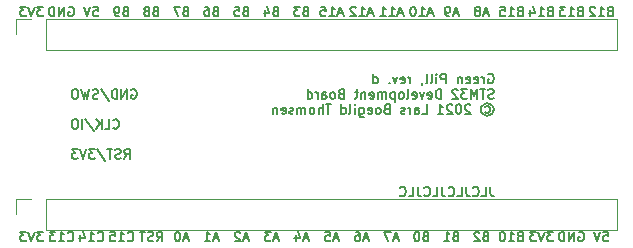
<source format=gbr>
G04 #@! TF.GenerationSoftware,KiCad,Pcbnew,6.0.1+dfsg-1*
G04 #@! TF.CreationDate,2022-01-30T08:18:27+08:00*
G04 #@! TF.ProjectId,gp,67702e6b-6963-4616-945f-706362585858,d*
G04 #@! TF.SameCoordinates,Original*
G04 #@! TF.FileFunction,Legend,Bot*
G04 #@! TF.FilePolarity,Positive*
%FSLAX46Y46*%
G04 Gerber Fmt 4.6, Leading zero omitted, Abs format (unit mm)*
G04 Created by KiCad (PCBNEW 6.0.1+dfsg-1) date 2022-01-30 08:18:27*
%MOMM*%
%LPD*%
G01*
G04 APERTURE LIST*
%ADD10C,0.150000*%
%ADD11C,0.120000*%
G04 APERTURE END LIST*
D10*
X164268095Y-111486904D02*
X164534761Y-111105952D01*
X164725238Y-111486904D02*
X164725238Y-110686904D01*
X164420476Y-110686904D01*
X164344285Y-110725000D01*
X164306190Y-110763095D01*
X164268095Y-110839285D01*
X164268095Y-110953571D01*
X164306190Y-111029761D01*
X164344285Y-111067857D01*
X164420476Y-111105952D01*
X164725238Y-111105952D01*
X163963333Y-111448809D02*
X163849047Y-111486904D01*
X163658571Y-111486904D01*
X163582380Y-111448809D01*
X163544285Y-111410714D01*
X163506190Y-111334523D01*
X163506190Y-111258333D01*
X163544285Y-111182142D01*
X163582380Y-111144047D01*
X163658571Y-111105952D01*
X163810952Y-111067857D01*
X163887142Y-111029761D01*
X163925238Y-110991666D01*
X163963333Y-110915476D01*
X163963333Y-110839285D01*
X163925238Y-110763095D01*
X163887142Y-110725000D01*
X163810952Y-110686904D01*
X163620476Y-110686904D01*
X163506190Y-110725000D01*
X163277619Y-110686904D02*
X162820476Y-110686904D01*
X163049047Y-111486904D02*
X163049047Y-110686904D01*
X161513928Y-104501904D02*
X161780595Y-104120952D01*
X161971071Y-104501904D02*
X161971071Y-103701904D01*
X161666309Y-103701904D01*
X161590119Y-103740000D01*
X161552023Y-103778095D01*
X161513928Y-103854285D01*
X161513928Y-103968571D01*
X161552023Y-104044761D01*
X161590119Y-104082857D01*
X161666309Y-104120952D01*
X161971071Y-104120952D01*
X161209166Y-104463809D02*
X161094880Y-104501904D01*
X160904404Y-104501904D01*
X160828214Y-104463809D01*
X160790119Y-104425714D01*
X160752023Y-104349523D01*
X160752023Y-104273333D01*
X160790119Y-104197142D01*
X160828214Y-104159047D01*
X160904404Y-104120952D01*
X161056785Y-104082857D01*
X161132976Y-104044761D01*
X161171071Y-104006666D01*
X161209166Y-103930476D01*
X161209166Y-103854285D01*
X161171071Y-103778095D01*
X161132976Y-103740000D01*
X161056785Y-103701904D01*
X160866309Y-103701904D01*
X160752023Y-103740000D01*
X160523452Y-103701904D02*
X160066309Y-103701904D01*
X160294880Y-104501904D02*
X160294880Y-103701904D01*
X159228214Y-103663809D02*
X159913928Y-104692380D01*
X159037738Y-103701904D02*
X158542500Y-103701904D01*
X158809166Y-104006666D01*
X158694880Y-104006666D01*
X158618690Y-104044761D01*
X158580595Y-104082857D01*
X158542500Y-104159047D01*
X158542500Y-104349523D01*
X158580595Y-104425714D01*
X158618690Y-104463809D01*
X158694880Y-104501904D01*
X158923452Y-104501904D01*
X158999642Y-104463809D01*
X159037738Y-104425714D01*
X158313928Y-103701904D02*
X158047261Y-104501904D01*
X157780595Y-103701904D01*
X157590119Y-103701904D02*
X157094880Y-103701904D01*
X157361547Y-104006666D01*
X157247261Y-104006666D01*
X157171071Y-104044761D01*
X157132976Y-104082857D01*
X157094880Y-104159047D01*
X157094880Y-104349523D01*
X157132976Y-104425714D01*
X157171071Y-104463809D01*
X157247261Y-104501904D01*
X157475833Y-104501904D01*
X157552023Y-104463809D01*
X157590119Y-104425714D01*
X160599642Y-101885714D02*
X160637738Y-101923809D01*
X160752023Y-101961904D01*
X160828214Y-101961904D01*
X160942500Y-101923809D01*
X161018690Y-101847619D01*
X161056785Y-101771428D01*
X161094880Y-101619047D01*
X161094880Y-101504761D01*
X161056785Y-101352380D01*
X161018690Y-101276190D01*
X160942500Y-101200000D01*
X160828214Y-101161904D01*
X160752023Y-101161904D01*
X160637738Y-101200000D01*
X160599642Y-101238095D01*
X159875833Y-101961904D02*
X160256785Y-101961904D01*
X160256785Y-101161904D01*
X159609166Y-101961904D02*
X159609166Y-101161904D01*
X159152023Y-101961904D02*
X159494880Y-101504761D01*
X159152023Y-101161904D02*
X159609166Y-101619047D01*
X158237738Y-101123809D02*
X158923452Y-102152380D01*
X157971071Y-101961904D02*
X157971071Y-101161904D01*
X157437738Y-101161904D02*
X157285357Y-101161904D01*
X157209166Y-101200000D01*
X157132976Y-101276190D01*
X157094880Y-101428571D01*
X157094880Y-101695238D01*
X157132976Y-101847619D01*
X157209166Y-101923809D01*
X157285357Y-101961904D01*
X157437738Y-101961904D01*
X157513928Y-101923809D01*
X157590119Y-101847619D01*
X157628214Y-101695238D01*
X157628214Y-101428571D01*
X157590119Y-101276190D01*
X157513928Y-101200000D01*
X157437738Y-101161904D01*
X162123452Y-98660000D02*
X162199642Y-98621904D01*
X162313928Y-98621904D01*
X162428214Y-98660000D01*
X162504404Y-98736190D01*
X162542500Y-98812380D01*
X162580595Y-98964761D01*
X162580595Y-99079047D01*
X162542500Y-99231428D01*
X162504404Y-99307619D01*
X162428214Y-99383809D01*
X162313928Y-99421904D01*
X162237738Y-99421904D01*
X162123452Y-99383809D01*
X162085357Y-99345714D01*
X162085357Y-99079047D01*
X162237738Y-99079047D01*
X161742500Y-99421904D02*
X161742500Y-98621904D01*
X161285357Y-99421904D01*
X161285357Y-98621904D01*
X160904404Y-99421904D02*
X160904404Y-98621904D01*
X160713928Y-98621904D01*
X160599642Y-98660000D01*
X160523452Y-98736190D01*
X160485357Y-98812380D01*
X160447261Y-98964761D01*
X160447261Y-99079047D01*
X160485357Y-99231428D01*
X160523452Y-99307619D01*
X160599642Y-99383809D01*
X160713928Y-99421904D01*
X160904404Y-99421904D01*
X159532976Y-98583809D02*
X160218690Y-99612380D01*
X159304404Y-99383809D02*
X159190119Y-99421904D01*
X158999642Y-99421904D01*
X158923452Y-99383809D01*
X158885357Y-99345714D01*
X158847261Y-99269523D01*
X158847261Y-99193333D01*
X158885357Y-99117142D01*
X158923452Y-99079047D01*
X158999642Y-99040952D01*
X159152023Y-99002857D01*
X159228214Y-98964761D01*
X159266309Y-98926666D01*
X159304404Y-98850476D01*
X159304404Y-98774285D01*
X159266309Y-98698095D01*
X159228214Y-98660000D01*
X159152023Y-98621904D01*
X158961547Y-98621904D01*
X158847261Y-98660000D01*
X158580595Y-98621904D02*
X158390119Y-99421904D01*
X158237738Y-98850476D01*
X158085357Y-99421904D01*
X157894880Y-98621904D01*
X157437738Y-98621904D02*
X157285357Y-98621904D01*
X157209166Y-98660000D01*
X157132976Y-98736190D01*
X157094880Y-98888571D01*
X157094880Y-99155238D01*
X157132976Y-99307619D01*
X157209166Y-99383809D01*
X157285357Y-99421904D01*
X157437738Y-99421904D01*
X157513928Y-99383809D01*
X157590119Y-99307619D01*
X157628214Y-99155238D01*
X157628214Y-98888571D01*
X157590119Y-98736190D01*
X157513928Y-98660000D01*
X157437738Y-98621904D01*
X192523452Y-106876904D02*
X192523452Y-107448333D01*
X192561547Y-107562619D01*
X192637738Y-107638809D01*
X192752023Y-107676904D01*
X192828214Y-107676904D01*
X191761547Y-107676904D02*
X192142500Y-107676904D01*
X192142500Y-106876904D01*
X191037738Y-107600714D02*
X191075833Y-107638809D01*
X191190119Y-107676904D01*
X191266309Y-107676904D01*
X191380595Y-107638809D01*
X191456785Y-107562619D01*
X191494880Y-107486428D01*
X191532976Y-107334047D01*
X191532976Y-107219761D01*
X191494880Y-107067380D01*
X191456785Y-106991190D01*
X191380595Y-106915000D01*
X191266309Y-106876904D01*
X191190119Y-106876904D01*
X191075833Y-106915000D01*
X191037738Y-106953095D01*
X190466309Y-106876904D02*
X190466309Y-107448333D01*
X190504404Y-107562619D01*
X190580595Y-107638809D01*
X190694880Y-107676904D01*
X190771071Y-107676904D01*
X189704404Y-107676904D02*
X190085357Y-107676904D01*
X190085357Y-106876904D01*
X188980595Y-107600714D02*
X189018690Y-107638809D01*
X189132976Y-107676904D01*
X189209166Y-107676904D01*
X189323452Y-107638809D01*
X189399642Y-107562619D01*
X189437738Y-107486428D01*
X189475833Y-107334047D01*
X189475833Y-107219761D01*
X189437738Y-107067380D01*
X189399642Y-106991190D01*
X189323452Y-106915000D01*
X189209166Y-106876904D01*
X189132976Y-106876904D01*
X189018690Y-106915000D01*
X188980595Y-106953095D01*
X188409166Y-106876904D02*
X188409166Y-107448333D01*
X188447261Y-107562619D01*
X188523452Y-107638809D01*
X188637738Y-107676904D01*
X188713928Y-107676904D01*
X187647261Y-107676904D02*
X188028214Y-107676904D01*
X188028214Y-106876904D01*
X186923452Y-107600714D02*
X186961547Y-107638809D01*
X187075833Y-107676904D01*
X187152023Y-107676904D01*
X187266309Y-107638809D01*
X187342500Y-107562619D01*
X187380595Y-107486428D01*
X187418690Y-107334047D01*
X187418690Y-107219761D01*
X187380595Y-107067380D01*
X187342500Y-106991190D01*
X187266309Y-106915000D01*
X187152023Y-106876904D01*
X187075833Y-106876904D01*
X186961547Y-106915000D01*
X186923452Y-106953095D01*
X186352023Y-106876904D02*
X186352023Y-107448333D01*
X186390119Y-107562619D01*
X186466309Y-107638809D01*
X186580595Y-107676904D01*
X186656785Y-107676904D01*
X185590119Y-107676904D02*
X185971071Y-107676904D01*
X185971071Y-106876904D01*
X184866309Y-107600714D02*
X184904404Y-107638809D01*
X185018690Y-107676904D01*
X185094880Y-107676904D01*
X185209166Y-107638809D01*
X185285357Y-107562619D01*
X185323452Y-107486428D01*
X185361547Y-107334047D01*
X185361547Y-107219761D01*
X185323452Y-107067380D01*
X185285357Y-106991190D01*
X185209166Y-106915000D01*
X185094880Y-106876904D01*
X185018690Y-106876904D01*
X184904404Y-106915000D01*
X184866309Y-106953095D01*
X154660476Y-110686904D02*
X154165238Y-110686904D01*
X154431904Y-110991666D01*
X154317619Y-110991666D01*
X154241428Y-111029761D01*
X154203333Y-111067857D01*
X154165238Y-111144047D01*
X154165238Y-111334523D01*
X154203333Y-111410714D01*
X154241428Y-111448809D01*
X154317619Y-111486904D01*
X154546190Y-111486904D01*
X154622380Y-111448809D01*
X154660476Y-111410714D01*
X153936666Y-110686904D02*
X153670000Y-111486904D01*
X153403333Y-110686904D01*
X153212857Y-110686904D02*
X152717619Y-110686904D01*
X152984285Y-110991666D01*
X152870000Y-110991666D01*
X152793809Y-111029761D01*
X152755714Y-111067857D01*
X152717619Y-111144047D01*
X152717619Y-111334523D01*
X152755714Y-111410714D01*
X152793809Y-111448809D01*
X152870000Y-111486904D01*
X153098571Y-111486904D01*
X153174761Y-111448809D01*
X153212857Y-111410714D01*
X156724285Y-111410714D02*
X156762380Y-111448809D01*
X156876666Y-111486904D01*
X156952857Y-111486904D01*
X157067142Y-111448809D01*
X157143333Y-111372619D01*
X157181428Y-111296428D01*
X157219523Y-111144047D01*
X157219523Y-111029761D01*
X157181428Y-110877380D01*
X157143333Y-110801190D01*
X157067142Y-110725000D01*
X156952857Y-110686904D01*
X156876666Y-110686904D01*
X156762380Y-110725000D01*
X156724285Y-110763095D01*
X155962380Y-111486904D02*
X156419523Y-111486904D01*
X156190952Y-111486904D02*
X156190952Y-110686904D01*
X156267142Y-110801190D01*
X156343333Y-110877380D01*
X156419523Y-110915476D01*
X155695714Y-110686904D02*
X155200476Y-110686904D01*
X155467142Y-110991666D01*
X155352857Y-110991666D01*
X155276666Y-111029761D01*
X155238571Y-111067857D01*
X155200476Y-111144047D01*
X155200476Y-111334523D01*
X155238571Y-111410714D01*
X155276666Y-111448809D01*
X155352857Y-111486904D01*
X155581428Y-111486904D01*
X155657619Y-111448809D01*
X155695714Y-111410714D01*
X159264285Y-111410714D02*
X159302380Y-111448809D01*
X159416666Y-111486904D01*
X159492857Y-111486904D01*
X159607142Y-111448809D01*
X159683333Y-111372619D01*
X159721428Y-111296428D01*
X159759523Y-111144047D01*
X159759523Y-111029761D01*
X159721428Y-110877380D01*
X159683333Y-110801190D01*
X159607142Y-110725000D01*
X159492857Y-110686904D01*
X159416666Y-110686904D01*
X159302380Y-110725000D01*
X159264285Y-110763095D01*
X158502380Y-111486904D02*
X158959523Y-111486904D01*
X158730952Y-111486904D02*
X158730952Y-110686904D01*
X158807142Y-110801190D01*
X158883333Y-110877380D01*
X158959523Y-110915476D01*
X157816666Y-110953571D02*
X157816666Y-111486904D01*
X158007142Y-110648809D02*
X158197619Y-111220238D01*
X157702380Y-111220238D01*
X161804285Y-111410714D02*
X161842380Y-111448809D01*
X161956666Y-111486904D01*
X162032857Y-111486904D01*
X162147142Y-111448809D01*
X162223333Y-111372619D01*
X162261428Y-111296428D01*
X162299523Y-111144047D01*
X162299523Y-111029761D01*
X162261428Y-110877380D01*
X162223333Y-110801190D01*
X162147142Y-110725000D01*
X162032857Y-110686904D01*
X161956666Y-110686904D01*
X161842380Y-110725000D01*
X161804285Y-110763095D01*
X161042380Y-111486904D02*
X161499523Y-111486904D01*
X161270952Y-111486904D02*
X161270952Y-110686904D01*
X161347142Y-110801190D01*
X161423333Y-110877380D01*
X161499523Y-110915476D01*
X160318571Y-110686904D02*
X160699523Y-110686904D01*
X160737619Y-111067857D01*
X160699523Y-111029761D01*
X160623333Y-110991666D01*
X160432857Y-110991666D01*
X160356666Y-111029761D01*
X160318571Y-111067857D01*
X160280476Y-111144047D01*
X160280476Y-111334523D01*
X160318571Y-111410714D01*
X160356666Y-111448809D01*
X160432857Y-111486904D01*
X160623333Y-111486904D01*
X160699523Y-111448809D01*
X160737619Y-111410714D01*
X166941428Y-111258333D02*
X166560476Y-111258333D01*
X167017619Y-111486904D02*
X166750952Y-110686904D01*
X166484285Y-111486904D01*
X166065238Y-110686904D02*
X165989047Y-110686904D01*
X165912857Y-110725000D01*
X165874761Y-110763095D01*
X165836666Y-110839285D01*
X165798571Y-110991666D01*
X165798571Y-111182142D01*
X165836666Y-111334523D01*
X165874761Y-111410714D01*
X165912857Y-111448809D01*
X165989047Y-111486904D01*
X166065238Y-111486904D01*
X166141428Y-111448809D01*
X166179523Y-111410714D01*
X166217619Y-111334523D01*
X166255714Y-111182142D01*
X166255714Y-110991666D01*
X166217619Y-110839285D01*
X166179523Y-110763095D01*
X166141428Y-110725000D01*
X166065238Y-110686904D01*
X169481428Y-111258333D02*
X169100476Y-111258333D01*
X169557619Y-111486904D02*
X169290952Y-110686904D01*
X169024285Y-111486904D01*
X168338571Y-111486904D02*
X168795714Y-111486904D01*
X168567142Y-111486904D02*
X168567142Y-110686904D01*
X168643333Y-110801190D01*
X168719523Y-110877380D01*
X168795714Y-110915476D01*
X172021428Y-111258333D02*
X171640476Y-111258333D01*
X172097619Y-111486904D02*
X171830952Y-110686904D01*
X171564285Y-111486904D01*
X171335714Y-110763095D02*
X171297619Y-110725000D01*
X171221428Y-110686904D01*
X171030952Y-110686904D01*
X170954761Y-110725000D01*
X170916666Y-110763095D01*
X170878571Y-110839285D01*
X170878571Y-110915476D01*
X170916666Y-111029761D01*
X171373809Y-111486904D01*
X170878571Y-111486904D01*
X174561428Y-111258333D02*
X174180476Y-111258333D01*
X174637619Y-111486904D02*
X174370952Y-110686904D01*
X174104285Y-111486904D01*
X173913809Y-110686904D02*
X173418571Y-110686904D01*
X173685238Y-110991666D01*
X173570952Y-110991666D01*
X173494761Y-111029761D01*
X173456666Y-111067857D01*
X173418571Y-111144047D01*
X173418571Y-111334523D01*
X173456666Y-111410714D01*
X173494761Y-111448809D01*
X173570952Y-111486904D01*
X173799523Y-111486904D01*
X173875714Y-111448809D01*
X173913809Y-111410714D01*
X177101428Y-111258333D02*
X176720476Y-111258333D01*
X177177619Y-111486904D02*
X176910952Y-110686904D01*
X176644285Y-111486904D01*
X176034761Y-110953571D02*
X176034761Y-111486904D01*
X176225238Y-110648809D02*
X176415714Y-111220238D01*
X175920476Y-111220238D01*
X179641428Y-111258333D02*
X179260476Y-111258333D01*
X179717619Y-111486904D02*
X179450952Y-110686904D01*
X179184285Y-111486904D01*
X178536666Y-110686904D02*
X178917619Y-110686904D01*
X178955714Y-111067857D01*
X178917619Y-111029761D01*
X178841428Y-110991666D01*
X178650952Y-110991666D01*
X178574761Y-111029761D01*
X178536666Y-111067857D01*
X178498571Y-111144047D01*
X178498571Y-111334523D01*
X178536666Y-111410714D01*
X178574761Y-111448809D01*
X178650952Y-111486904D01*
X178841428Y-111486904D01*
X178917619Y-111448809D01*
X178955714Y-111410714D01*
X182181428Y-111258333D02*
X181800476Y-111258333D01*
X182257619Y-111486904D02*
X181990952Y-110686904D01*
X181724285Y-111486904D01*
X181114761Y-110686904D02*
X181267142Y-110686904D01*
X181343333Y-110725000D01*
X181381428Y-110763095D01*
X181457619Y-110877380D01*
X181495714Y-111029761D01*
X181495714Y-111334523D01*
X181457619Y-111410714D01*
X181419523Y-111448809D01*
X181343333Y-111486904D01*
X181190952Y-111486904D01*
X181114761Y-111448809D01*
X181076666Y-111410714D01*
X181038571Y-111334523D01*
X181038571Y-111144047D01*
X181076666Y-111067857D01*
X181114761Y-111029761D01*
X181190952Y-110991666D01*
X181343333Y-110991666D01*
X181419523Y-111029761D01*
X181457619Y-111067857D01*
X181495714Y-111144047D01*
X184721428Y-111258333D02*
X184340476Y-111258333D01*
X184797619Y-111486904D02*
X184530952Y-110686904D01*
X184264285Y-111486904D01*
X184073809Y-110686904D02*
X183540476Y-110686904D01*
X183883333Y-111486904D01*
X187013809Y-111067857D02*
X186899523Y-111105952D01*
X186861428Y-111144047D01*
X186823333Y-111220238D01*
X186823333Y-111334523D01*
X186861428Y-111410714D01*
X186899523Y-111448809D01*
X186975714Y-111486904D01*
X187280476Y-111486904D01*
X187280476Y-110686904D01*
X187013809Y-110686904D01*
X186937619Y-110725000D01*
X186899523Y-110763095D01*
X186861428Y-110839285D01*
X186861428Y-110915476D01*
X186899523Y-110991666D01*
X186937619Y-111029761D01*
X187013809Y-111067857D01*
X187280476Y-111067857D01*
X186328095Y-110686904D02*
X186251904Y-110686904D01*
X186175714Y-110725000D01*
X186137619Y-110763095D01*
X186099523Y-110839285D01*
X186061428Y-110991666D01*
X186061428Y-111182142D01*
X186099523Y-111334523D01*
X186137619Y-111410714D01*
X186175714Y-111448809D01*
X186251904Y-111486904D01*
X186328095Y-111486904D01*
X186404285Y-111448809D01*
X186442380Y-111410714D01*
X186480476Y-111334523D01*
X186518571Y-111182142D01*
X186518571Y-110991666D01*
X186480476Y-110839285D01*
X186442380Y-110763095D01*
X186404285Y-110725000D01*
X186328095Y-110686904D01*
X189553809Y-111067857D02*
X189439523Y-111105952D01*
X189401428Y-111144047D01*
X189363333Y-111220238D01*
X189363333Y-111334523D01*
X189401428Y-111410714D01*
X189439523Y-111448809D01*
X189515714Y-111486904D01*
X189820476Y-111486904D01*
X189820476Y-110686904D01*
X189553809Y-110686904D01*
X189477619Y-110725000D01*
X189439523Y-110763095D01*
X189401428Y-110839285D01*
X189401428Y-110915476D01*
X189439523Y-110991666D01*
X189477619Y-111029761D01*
X189553809Y-111067857D01*
X189820476Y-111067857D01*
X188601428Y-111486904D02*
X189058571Y-111486904D01*
X188830000Y-111486904D02*
X188830000Y-110686904D01*
X188906190Y-110801190D01*
X188982380Y-110877380D01*
X189058571Y-110915476D01*
X192093809Y-111067857D02*
X191979523Y-111105952D01*
X191941428Y-111144047D01*
X191903333Y-111220238D01*
X191903333Y-111334523D01*
X191941428Y-111410714D01*
X191979523Y-111448809D01*
X192055714Y-111486904D01*
X192360476Y-111486904D01*
X192360476Y-110686904D01*
X192093809Y-110686904D01*
X192017619Y-110725000D01*
X191979523Y-110763095D01*
X191941428Y-110839285D01*
X191941428Y-110915476D01*
X191979523Y-110991666D01*
X192017619Y-111029761D01*
X192093809Y-111067857D01*
X192360476Y-111067857D01*
X191598571Y-110763095D02*
X191560476Y-110725000D01*
X191484285Y-110686904D01*
X191293809Y-110686904D01*
X191217619Y-110725000D01*
X191179523Y-110763095D01*
X191141428Y-110839285D01*
X191141428Y-110915476D01*
X191179523Y-111029761D01*
X191636666Y-111486904D01*
X191141428Y-111486904D01*
X195014761Y-111067857D02*
X194900476Y-111105952D01*
X194862380Y-111144047D01*
X194824285Y-111220238D01*
X194824285Y-111334523D01*
X194862380Y-111410714D01*
X194900476Y-111448809D01*
X194976666Y-111486904D01*
X195281428Y-111486904D01*
X195281428Y-110686904D01*
X195014761Y-110686904D01*
X194938571Y-110725000D01*
X194900476Y-110763095D01*
X194862380Y-110839285D01*
X194862380Y-110915476D01*
X194900476Y-110991666D01*
X194938571Y-111029761D01*
X195014761Y-111067857D01*
X195281428Y-111067857D01*
X194062380Y-111486904D02*
X194519523Y-111486904D01*
X194290952Y-111486904D02*
X194290952Y-110686904D01*
X194367142Y-110801190D01*
X194443333Y-110877380D01*
X194519523Y-110915476D01*
X193567142Y-110686904D02*
X193490952Y-110686904D01*
X193414761Y-110725000D01*
X193376666Y-110763095D01*
X193338571Y-110839285D01*
X193300476Y-110991666D01*
X193300476Y-111182142D01*
X193338571Y-111334523D01*
X193376666Y-111410714D01*
X193414761Y-111448809D01*
X193490952Y-111486904D01*
X193567142Y-111486904D01*
X193643333Y-111448809D01*
X193681428Y-111410714D01*
X193719523Y-111334523D01*
X193757619Y-111182142D01*
X193757619Y-110991666D01*
X193719523Y-110839285D01*
X193681428Y-110763095D01*
X193643333Y-110725000D01*
X193567142Y-110686904D01*
X197840476Y-110686904D02*
X197345238Y-110686904D01*
X197611904Y-110991666D01*
X197497619Y-110991666D01*
X197421428Y-111029761D01*
X197383333Y-111067857D01*
X197345238Y-111144047D01*
X197345238Y-111334523D01*
X197383333Y-111410714D01*
X197421428Y-111448809D01*
X197497619Y-111486904D01*
X197726190Y-111486904D01*
X197802380Y-111448809D01*
X197840476Y-111410714D01*
X197116666Y-110686904D02*
X196850000Y-111486904D01*
X196583333Y-110686904D01*
X196392857Y-110686904D02*
X195897619Y-110686904D01*
X196164285Y-110991666D01*
X196050000Y-110991666D01*
X195973809Y-111029761D01*
X195935714Y-111067857D01*
X195897619Y-111144047D01*
X195897619Y-111334523D01*
X195935714Y-111410714D01*
X195973809Y-111448809D01*
X196050000Y-111486904D01*
X196278571Y-111486904D01*
X196354761Y-111448809D01*
X196392857Y-111410714D01*
X202082380Y-110686904D02*
X202463333Y-110686904D01*
X202501428Y-111067857D01*
X202463333Y-111029761D01*
X202387142Y-110991666D01*
X202196666Y-110991666D01*
X202120476Y-111029761D01*
X202082380Y-111067857D01*
X202044285Y-111144047D01*
X202044285Y-111334523D01*
X202082380Y-111410714D01*
X202120476Y-111448809D01*
X202196666Y-111486904D01*
X202387142Y-111486904D01*
X202463333Y-111448809D01*
X202501428Y-111410714D01*
X201815714Y-110686904D02*
X201549047Y-111486904D01*
X201282380Y-110686904D01*
X199999523Y-110725000D02*
X200075714Y-110686904D01*
X200190000Y-110686904D01*
X200304285Y-110725000D01*
X200380476Y-110801190D01*
X200418571Y-110877380D01*
X200456666Y-111029761D01*
X200456666Y-111144047D01*
X200418571Y-111296428D01*
X200380476Y-111372619D01*
X200304285Y-111448809D01*
X200190000Y-111486904D01*
X200113809Y-111486904D01*
X199999523Y-111448809D01*
X199961428Y-111410714D01*
X199961428Y-111144047D01*
X200113809Y-111144047D01*
X199618571Y-111486904D02*
X199618571Y-110686904D01*
X199161428Y-111486904D01*
X199161428Y-110686904D01*
X198780476Y-111486904D02*
X198780476Y-110686904D01*
X198590000Y-110686904D01*
X198475714Y-110725000D01*
X198399523Y-110801190D01*
X198361428Y-110877380D01*
X198323333Y-111029761D01*
X198323333Y-111144047D01*
X198361428Y-111296428D01*
X198399523Y-111372619D01*
X198475714Y-111448809D01*
X198590000Y-111486904D01*
X198780476Y-111486904D01*
X154660476Y-91636904D02*
X154165238Y-91636904D01*
X154431904Y-91941666D01*
X154317619Y-91941666D01*
X154241428Y-91979761D01*
X154203333Y-92017857D01*
X154165238Y-92094047D01*
X154165238Y-92284523D01*
X154203333Y-92360714D01*
X154241428Y-92398809D01*
X154317619Y-92436904D01*
X154546190Y-92436904D01*
X154622380Y-92398809D01*
X154660476Y-92360714D01*
X153936666Y-91636904D02*
X153670000Y-92436904D01*
X153403333Y-91636904D01*
X153212857Y-91636904D02*
X152717619Y-91636904D01*
X152984285Y-91941666D01*
X152870000Y-91941666D01*
X152793809Y-91979761D01*
X152755714Y-92017857D01*
X152717619Y-92094047D01*
X152717619Y-92284523D01*
X152755714Y-92360714D01*
X152793809Y-92398809D01*
X152870000Y-92436904D01*
X153098571Y-92436904D01*
X153174761Y-92398809D01*
X153212857Y-92360714D01*
X156819523Y-91675000D02*
X156895714Y-91636904D01*
X157010000Y-91636904D01*
X157124285Y-91675000D01*
X157200476Y-91751190D01*
X157238571Y-91827380D01*
X157276666Y-91979761D01*
X157276666Y-92094047D01*
X157238571Y-92246428D01*
X157200476Y-92322619D01*
X157124285Y-92398809D01*
X157010000Y-92436904D01*
X156933809Y-92436904D01*
X156819523Y-92398809D01*
X156781428Y-92360714D01*
X156781428Y-92094047D01*
X156933809Y-92094047D01*
X156438571Y-92436904D02*
X156438571Y-91636904D01*
X155981428Y-92436904D01*
X155981428Y-91636904D01*
X155600476Y-92436904D02*
X155600476Y-91636904D01*
X155410000Y-91636904D01*
X155295714Y-91675000D01*
X155219523Y-91751190D01*
X155181428Y-91827380D01*
X155143333Y-91979761D01*
X155143333Y-92094047D01*
X155181428Y-92246428D01*
X155219523Y-92322619D01*
X155295714Y-92398809D01*
X155410000Y-92436904D01*
X155600476Y-92436904D01*
X158902380Y-91636904D02*
X159283333Y-91636904D01*
X159321428Y-92017857D01*
X159283333Y-91979761D01*
X159207142Y-91941666D01*
X159016666Y-91941666D01*
X158940476Y-91979761D01*
X158902380Y-92017857D01*
X158864285Y-92094047D01*
X158864285Y-92284523D01*
X158902380Y-92360714D01*
X158940476Y-92398809D01*
X159016666Y-92436904D01*
X159207142Y-92436904D01*
X159283333Y-92398809D01*
X159321428Y-92360714D01*
X158635714Y-91636904D02*
X158369047Y-92436904D01*
X158102380Y-91636904D01*
X161613809Y-92017857D02*
X161499523Y-92055952D01*
X161461428Y-92094047D01*
X161423333Y-92170238D01*
X161423333Y-92284523D01*
X161461428Y-92360714D01*
X161499523Y-92398809D01*
X161575714Y-92436904D01*
X161880476Y-92436904D01*
X161880476Y-91636904D01*
X161613809Y-91636904D01*
X161537619Y-91675000D01*
X161499523Y-91713095D01*
X161461428Y-91789285D01*
X161461428Y-91865476D01*
X161499523Y-91941666D01*
X161537619Y-91979761D01*
X161613809Y-92017857D01*
X161880476Y-92017857D01*
X161042380Y-92436904D02*
X160890000Y-92436904D01*
X160813809Y-92398809D01*
X160775714Y-92360714D01*
X160699523Y-92246428D01*
X160661428Y-92094047D01*
X160661428Y-91789285D01*
X160699523Y-91713095D01*
X160737619Y-91675000D01*
X160813809Y-91636904D01*
X160966190Y-91636904D01*
X161042380Y-91675000D01*
X161080476Y-91713095D01*
X161118571Y-91789285D01*
X161118571Y-91979761D01*
X161080476Y-92055952D01*
X161042380Y-92094047D01*
X160966190Y-92132142D01*
X160813809Y-92132142D01*
X160737619Y-92094047D01*
X160699523Y-92055952D01*
X160661428Y-91979761D01*
X164153809Y-92017857D02*
X164039523Y-92055952D01*
X164001428Y-92094047D01*
X163963333Y-92170238D01*
X163963333Y-92284523D01*
X164001428Y-92360714D01*
X164039523Y-92398809D01*
X164115714Y-92436904D01*
X164420476Y-92436904D01*
X164420476Y-91636904D01*
X164153809Y-91636904D01*
X164077619Y-91675000D01*
X164039523Y-91713095D01*
X164001428Y-91789285D01*
X164001428Y-91865476D01*
X164039523Y-91941666D01*
X164077619Y-91979761D01*
X164153809Y-92017857D01*
X164420476Y-92017857D01*
X163506190Y-91979761D02*
X163582380Y-91941666D01*
X163620476Y-91903571D01*
X163658571Y-91827380D01*
X163658571Y-91789285D01*
X163620476Y-91713095D01*
X163582380Y-91675000D01*
X163506190Y-91636904D01*
X163353809Y-91636904D01*
X163277619Y-91675000D01*
X163239523Y-91713095D01*
X163201428Y-91789285D01*
X163201428Y-91827380D01*
X163239523Y-91903571D01*
X163277619Y-91941666D01*
X163353809Y-91979761D01*
X163506190Y-91979761D01*
X163582380Y-92017857D01*
X163620476Y-92055952D01*
X163658571Y-92132142D01*
X163658571Y-92284523D01*
X163620476Y-92360714D01*
X163582380Y-92398809D01*
X163506190Y-92436904D01*
X163353809Y-92436904D01*
X163277619Y-92398809D01*
X163239523Y-92360714D01*
X163201428Y-92284523D01*
X163201428Y-92132142D01*
X163239523Y-92055952D01*
X163277619Y-92017857D01*
X163353809Y-91979761D01*
X166693809Y-92017857D02*
X166579523Y-92055952D01*
X166541428Y-92094047D01*
X166503333Y-92170238D01*
X166503333Y-92284523D01*
X166541428Y-92360714D01*
X166579523Y-92398809D01*
X166655714Y-92436904D01*
X166960476Y-92436904D01*
X166960476Y-91636904D01*
X166693809Y-91636904D01*
X166617619Y-91675000D01*
X166579523Y-91713095D01*
X166541428Y-91789285D01*
X166541428Y-91865476D01*
X166579523Y-91941666D01*
X166617619Y-91979761D01*
X166693809Y-92017857D01*
X166960476Y-92017857D01*
X166236666Y-91636904D02*
X165703333Y-91636904D01*
X166046190Y-92436904D01*
X169233809Y-92017857D02*
X169119523Y-92055952D01*
X169081428Y-92094047D01*
X169043333Y-92170238D01*
X169043333Y-92284523D01*
X169081428Y-92360714D01*
X169119523Y-92398809D01*
X169195714Y-92436904D01*
X169500476Y-92436904D01*
X169500476Y-91636904D01*
X169233809Y-91636904D01*
X169157619Y-91675000D01*
X169119523Y-91713095D01*
X169081428Y-91789285D01*
X169081428Y-91865476D01*
X169119523Y-91941666D01*
X169157619Y-91979761D01*
X169233809Y-92017857D01*
X169500476Y-92017857D01*
X168357619Y-91636904D02*
X168510000Y-91636904D01*
X168586190Y-91675000D01*
X168624285Y-91713095D01*
X168700476Y-91827380D01*
X168738571Y-91979761D01*
X168738571Y-92284523D01*
X168700476Y-92360714D01*
X168662380Y-92398809D01*
X168586190Y-92436904D01*
X168433809Y-92436904D01*
X168357619Y-92398809D01*
X168319523Y-92360714D01*
X168281428Y-92284523D01*
X168281428Y-92094047D01*
X168319523Y-92017857D01*
X168357619Y-91979761D01*
X168433809Y-91941666D01*
X168586190Y-91941666D01*
X168662380Y-91979761D01*
X168700476Y-92017857D01*
X168738571Y-92094047D01*
X171773809Y-92017857D02*
X171659523Y-92055952D01*
X171621428Y-92094047D01*
X171583333Y-92170238D01*
X171583333Y-92284523D01*
X171621428Y-92360714D01*
X171659523Y-92398809D01*
X171735714Y-92436904D01*
X172040476Y-92436904D01*
X172040476Y-91636904D01*
X171773809Y-91636904D01*
X171697619Y-91675000D01*
X171659523Y-91713095D01*
X171621428Y-91789285D01*
X171621428Y-91865476D01*
X171659523Y-91941666D01*
X171697619Y-91979761D01*
X171773809Y-92017857D01*
X172040476Y-92017857D01*
X170859523Y-91636904D02*
X171240476Y-91636904D01*
X171278571Y-92017857D01*
X171240476Y-91979761D01*
X171164285Y-91941666D01*
X170973809Y-91941666D01*
X170897619Y-91979761D01*
X170859523Y-92017857D01*
X170821428Y-92094047D01*
X170821428Y-92284523D01*
X170859523Y-92360714D01*
X170897619Y-92398809D01*
X170973809Y-92436904D01*
X171164285Y-92436904D01*
X171240476Y-92398809D01*
X171278571Y-92360714D01*
X174313809Y-92017857D02*
X174199523Y-92055952D01*
X174161428Y-92094047D01*
X174123333Y-92170238D01*
X174123333Y-92284523D01*
X174161428Y-92360714D01*
X174199523Y-92398809D01*
X174275714Y-92436904D01*
X174580476Y-92436904D01*
X174580476Y-91636904D01*
X174313809Y-91636904D01*
X174237619Y-91675000D01*
X174199523Y-91713095D01*
X174161428Y-91789285D01*
X174161428Y-91865476D01*
X174199523Y-91941666D01*
X174237619Y-91979761D01*
X174313809Y-92017857D01*
X174580476Y-92017857D01*
X173437619Y-91903571D02*
X173437619Y-92436904D01*
X173628095Y-91598809D02*
X173818571Y-92170238D01*
X173323333Y-92170238D01*
X176853809Y-92017857D02*
X176739523Y-92055952D01*
X176701428Y-92094047D01*
X176663333Y-92170238D01*
X176663333Y-92284523D01*
X176701428Y-92360714D01*
X176739523Y-92398809D01*
X176815714Y-92436904D01*
X177120476Y-92436904D01*
X177120476Y-91636904D01*
X176853809Y-91636904D01*
X176777619Y-91675000D01*
X176739523Y-91713095D01*
X176701428Y-91789285D01*
X176701428Y-91865476D01*
X176739523Y-91941666D01*
X176777619Y-91979761D01*
X176853809Y-92017857D01*
X177120476Y-92017857D01*
X176396666Y-91636904D02*
X175901428Y-91636904D01*
X176168095Y-91941666D01*
X176053809Y-91941666D01*
X175977619Y-91979761D01*
X175939523Y-92017857D01*
X175901428Y-92094047D01*
X175901428Y-92284523D01*
X175939523Y-92360714D01*
X175977619Y-92398809D01*
X176053809Y-92436904D01*
X176282380Y-92436904D01*
X176358571Y-92398809D01*
X176396666Y-92360714D01*
X180022380Y-92208333D02*
X179641428Y-92208333D01*
X180098571Y-92436904D02*
X179831904Y-91636904D01*
X179565238Y-92436904D01*
X178879523Y-92436904D02*
X179336666Y-92436904D01*
X179108095Y-92436904D02*
X179108095Y-91636904D01*
X179184285Y-91751190D01*
X179260476Y-91827380D01*
X179336666Y-91865476D01*
X178155714Y-91636904D02*
X178536666Y-91636904D01*
X178574761Y-92017857D01*
X178536666Y-91979761D01*
X178460476Y-91941666D01*
X178270000Y-91941666D01*
X178193809Y-91979761D01*
X178155714Y-92017857D01*
X178117619Y-92094047D01*
X178117619Y-92284523D01*
X178155714Y-92360714D01*
X178193809Y-92398809D01*
X178270000Y-92436904D01*
X178460476Y-92436904D01*
X178536666Y-92398809D01*
X178574761Y-92360714D01*
X182562380Y-92208333D02*
X182181428Y-92208333D01*
X182638571Y-92436904D02*
X182371904Y-91636904D01*
X182105238Y-92436904D01*
X181419523Y-92436904D02*
X181876666Y-92436904D01*
X181648095Y-92436904D02*
X181648095Y-91636904D01*
X181724285Y-91751190D01*
X181800476Y-91827380D01*
X181876666Y-91865476D01*
X181114761Y-91713095D02*
X181076666Y-91675000D01*
X181000476Y-91636904D01*
X180810000Y-91636904D01*
X180733809Y-91675000D01*
X180695714Y-91713095D01*
X180657619Y-91789285D01*
X180657619Y-91865476D01*
X180695714Y-91979761D01*
X181152857Y-92436904D01*
X180657619Y-92436904D01*
X185102380Y-92208333D02*
X184721428Y-92208333D01*
X185178571Y-92436904D02*
X184911904Y-91636904D01*
X184645238Y-92436904D01*
X183959523Y-92436904D02*
X184416666Y-92436904D01*
X184188095Y-92436904D02*
X184188095Y-91636904D01*
X184264285Y-91751190D01*
X184340476Y-91827380D01*
X184416666Y-91865476D01*
X183197619Y-92436904D02*
X183654761Y-92436904D01*
X183426190Y-92436904D02*
X183426190Y-91636904D01*
X183502380Y-91751190D01*
X183578571Y-91827380D01*
X183654761Y-91865476D01*
X187642380Y-92208333D02*
X187261428Y-92208333D01*
X187718571Y-92436904D02*
X187451904Y-91636904D01*
X187185238Y-92436904D01*
X186499523Y-92436904D02*
X186956666Y-92436904D01*
X186728095Y-92436904D02*
X186728095Y-91636904D01*
X186804285Y-91751190D01*
X186880476Y-91827380D01*
X186956666Y-91865476D01*
X186004285Y-91636904D02*
X185928095Y-91636904D01*
X185851904Y-91675000D01*
X185813809Y-91713095D01*
X185775714Y-91789285D01*
X185737619Y-91941666D01*
X185737619Y-92132142D01*
X185775714Y-92284523D01*
X185813809Y-92360714D01*
X185851904Y-92398809D01*
X185928095Y-92436904D01*
X186004285Y-92436904D01*
X186080476Y-92398809D01*
X186118571Y-92360714D01*
X186156666Y-92284523D01*
X186194761Y-92132142D01*
X186194761Y-91941666D01*
X186156666Y-91789285D01*
X186118571Y-91713095D01*
X186080476Y-91675000D01*
X186004285Y-91636904D01*
X189801428Y-92208333D02*
X189420476Y-92208333D01*
X189877619Y-92436904D02*
X189610952Y-91636904D01*
X189344285Y-92436904D01*
X189039523Y-92436904D02*
X188887142Y-92436904D01*
X188810952Y-92398809D01*
X188772857Y-92360714D01*
X188696666Y-92246428D01*
X188658571Y-92094047D01*
X188658571Y-91789285D01*
X188696666Y-91713095D01*
X188734761Y-91675000D01*
X188810952Y-91636904D01*
X188963333Y-91636904D01*
X189039523Y-91675000D01*
X189077619Y-91713095D01*
X189115714Y-91789285D01*
X189115714Y-91979761D01*
X189077619Y-92055952D01*
X189039523Y-92094047D01*
X188963333Y-92132142D01*
X188810952Y-92132142D01*
X188734761Y-92094047D01*
X188696666Y-92055952D01*
X188658571Y-91979761D01*
X192341428Y-92208333D02*
X191960476Y-92208333D01*
X192417619Y-92436904D02*
X192150952Y-91636904D01*
X191884285Y-92436904D01*
X191503333Y-91979761D02*
X191579523Y-91941666D01*
X191617619Y-91903571D01*
X191655714Y-91827380D01*
X191655714Y-91789285D01*
X191617619Y-91713095D01*
X191579523Y-91675000D01*
X191503333Y-91636904D01*
X191350952Y-91636904D01*
X191274761Y-91675000D01*
X191236666Y-91713095D01*
X191198571Y-91789285D01*
X191198571Y-91827380D01*
X191236666Y-91903571D01*
X191274761Y-91941666D01*
X191350952Y-91979761D01*
X191503333Y-91979761D01*
X191579523Y-92017857D01*
X191617619Y-92055952D01*
X191655714Y-92132142D01*
X191655714Y-92284523D01*
X191617619Y-92360714D01*
X191579523Y-92398809D01*
X191503333Y-92436904D01*
X191350952Y-92436904D01*
X191274761Y-92398809D01*
X191236666Y-92360714D01*
X191198571Y-92284523D01*
X191198571Y-92132142D01*
X191236666Y-92055952D01*
X191274761Y-92017857D01*
X191350952Y-91979761D01*
X195014761Y-92017857D02*
X194900476Y-92055952D01*
X194862380Y-92094047D01*
X194824285Y-92170238D01*
X194824285Y-92284523D01*
X194862380Y-92360714D01*
X194900476Y-92398809D01*
X194976666Y-92436904D01*
X195281428Y-92436904D01*
X195281428Y-91636904D01*
X195014761Y-91636904D01*
X194938571Y-91675000D01*
X194900476Y-91713095D01*
X194862380Y-91789285D01*
X194862380Y-91865476D01*
X194900476Y-91941666D01*
X194938571Y-91979761D01*
X195014761Y-92017857D01*
X195281428Y-92017857D01*
X194062380Y-92436904D02*
X194519523Y-92436904D01*
X194290952Y-92436904D02*
X194290952Y-91636904D01*
X194367142Y-91751190D01*
X194443333Y-91827380D01*
X194519523Y-91865476D01*
X193338571Y-91636904D02*
X193719523Y-91636904D01*
X193757619Y-92017857D01*
X193719523Y-91979761D01*
X193643333Y-91941666D01*
X193452857Y-91941666D01*
X193376666Y-91979761D01*
X193338571Y-92017857D01*
X193300476Y-92094047D01*
X193300476Y-92284523D01*
X193338571Y-92360714D01*
X193376666Y-92398809D01*
X193452857Y-92436904D01*
X193643333Y-92436904D01*
X193719523Y-92398809D01*
X193757619Y-92360714D01*
X197554761Y-92017857D02*
X197440476Y-92055952D01*
X197402380Y-92094047D01*
X197364285Y-92170238D01*
X197364285Y-92284523D01*
X197402380Y-92360714D01*
X197440476Y-92398809D01*
X197516666Y-92436904D01*
X197821428Y-92436904D01*
X197821428Y-91636904D01*
X197554761Y-91636904D01*
X197478571Y-91675000D01*
X197440476Y-91713095D01*
X197402380Y-91789285D01*
X197402380Y-91865476D01*
X197440476Y-91941666D01*
X197478571Y-91979761D01*
X197554761Y-92017857D01*
X197821428Y-92017857D01*
X196602380Y-92436904D02*
X197059523Y-92436904D01*
X196830952Y-92436904D02*
X196830952Y-91636904D01*
X196907142Y-91751190D01*
X196983333Y-91827380D01*
X197059523Y-91865476D01*
X195916666Y-91903571D02*
X195916666Y-92436904D01*
X196107142Y-91598809D02*
X196297619Y-92170238D01*
X195802380Y-92170238D01*
X200094761Y-92017857D02*
X199980476Y-92055952D01*
X199942380Y-92094047D01*
X199904285Y-92170238D01*
X199904285Y-92284523D01*
X199942380Y-92360714D01*
X199980476Y-92398809D01*
X200056666Y-92436904D01*
X200361428Y-92436904D01*
X200361428Y-91636904D01*
X200094761Y-91636904D01*
X200018571Y-91675000D01*
X199980476Y-91713095D01*
X199942380Y-91789285D01*
X199942380Y-91865476D01*
X199980476Y-91941666D01*
X200018571Y-91979761D01*
X200094761Y-92017857D01*
X200361428Y-92017857D01*
X199142380Y-92436904D02*
X199599523Y-92436904D01*
X199370952Y-92436904D02*
X199370952Y-91636904D01*
X199447142Y-91751190D01*
X199523333Y-91827380D01*
X199599523Y-91865476D01*
X198875714Y-91636904D02*
X198380476Y-91636904D01*
X198647142Y-91941666D01*
X198532857Y-91941666D01*
X198456666Y-91979761D01*
X198418571Y-92017857D01*
X198380476Y-92094047D01*
X198380476Y-92284523D01*
X198418571Y-92360714D01*
X198456666Y-92398809D01*
X198532857Y-92436904D01*
X198761428Y-92436904D01*
X198837619Y-92398809D01*
X198875714Y-92360714D01*
X202634761Y-92017857D02*
X202520476Y-92055952D01*
X202482380Y-92094047D01*
X202444285Y-92170238D01*
X202444285Y-92284523D01*
X202482380Y-92360714D01*
X202520476Y-92398809D01*
X202596666Y-92436904D01*
X202901428Y-92436904D01*
X202901428Y-91636904D01*
X202634761Y-91636904D01*
X202558571Y-91675000D01*
X202520476Y-91713095D01*
X202482380Y-91789285D01*
X202482380Y-91865476D01*
X202520476Y-91941666D01*
X202558571Y-91979761D01*
X202634761Y-92017857D01*
X202901428Y-92017857D01*
X201682380Y-92436904D02*
X202139523Y-92436904D01*
X201910952Y-92436904D02*
X201910952Y-91636904D01*
X201987142Y-91751190D01*
X202063333Y-91827380D01*
X202139523Y-91865476D01*
X201377619Y-91713095D02*
X201339523Y-91675000D01*
X201263333Y-91636904D01*
X201072857Y-91636904D01*
X200996666Y-91675000D01*
X200958571Y-91713095D01*
X200920476Y-91789285D01*
X200920476Y-91865476D01*
X200958571Y-91979761D01*
X201415714Y-92436904D01*
X200920476Y-92436904D01*
X192332976Y-97372000D02*
X192409166Y-97333904D01*
X192523452Y-97333904D01*
X192637738Y-97372000D01*
X192713928Y-97448190D01*
X192752023Y-97524380D01*
X192790119Y-97676761D01*
X192790119Y-97791047D01*
X192752023Y-97943428D01*
X192713928Y-98019619D01*
X192637738Y-98095809D01*
X192523452Y-98133904D01*
X192447261Y-98133904D01*
X192332976Y-98095809D01*
X192294880Y-98057714D01*
X192294880Y-97791047D01*
X192447261Y-97791047D01*
X191952023Y-98133904D02*
X191952023Y-97600571D01*
X191952023Y-97752952D02*
X191913928Y-97676761D01*
X191875833Y-97638666D01*
X191799642Y-97600571D01*
X191723452Y-97600571D01*
X191152023Y-98095809D02*
X191228214Y-98133904D01*
X191380595Y-98133904D01*
X191456785Y-98095809D01*
X191494880Y-98019619D01*
X191494880Y-97714857D01*
X191456785Y-97638666D01*
X191380595Y-97600571D01*
X191228214Y-97600571D01*
X191152023Y-97638666D01*
X191113928Y-97714857D01*
X191113928Y-97791047D01*
X191494880Y-97867238D01*
X190466309Y-98095809D02*
X190542500Y-98133904D01*
X190694880Y-98133904D01*
X190771071Y-98095809D01*
X190809166Y-98019619D01*
X190809166Y-97714857D01*
X190771071Y-97638666D01*
X190694880Y-97600571D01*
X190542500Y-97600571D01*
X190466309Y-97638666D01*
X190428214Y-97714857D01*
X190428214Y-97791047D01*
X190809166Y-97867238D01*
X190085357Y-97600571D02*
X190085357Y-98133904D01*
X190085357Y-97676761D02*
X190047261Y-97638666D01*
X189971071Y-97600571D01*
X189856785Y-97600571D01*
X189780595Y-97638666D01*
X189742500Y-97714857D01*
X189742500Y-98133904D01*
X188752023Y-98133904D02*
X188752023Y-97333904D01*
X188447261Y-97333904D01*
X188371071Y-97372000D01*
X188332976Y-97410095D01*
X188294880Y-97486285D01*
X188294880Y-97600571D01*
X188332976Y-97676761D01*
X188371071Y-97714857D01*
X188447261Y-97752952D01*
X188752023Y-97752952D01*
X187952023Y-98133904D02*
X187952023Y-97600571D01*
X187952023Y-97333904D02*
X187990119Y-97372000D01*
X187952023Y-97410095D01*
X187913928Y-97372000D01*
X187952023Y-97333904D01*
X187952023Y-97410095D01*
X187456785Y-98133904D02*
X187532976Y-98095809D01*
X187571071Y-98019619D01*
X187571071Y-97333904D01*
X187037738Y-98133904D02*
X187113928Y-98095809D01*
X187152023Y-98019619D01*
X187152023Y-97333904D01*
X186694880Y-98095809D02*
X186694880Y-98133904D01*
X186732976Y-98210095D01*
X186771071Y-98248190D01*
X185742500Y-98133904D02*
X185742500Y-97600571D01*
X185742500Y-97752952D02*
X185704404Y-97676761D01*
X185666309Y-97638666D01*
X185590119Y-97600571D01*
X185513928Y-97600571D01*
X184942500Y-98095809D02*
X185018690Y-98133904D01*
X185171071Y-98133904D01*
X185247261Y-98095809D01*
X185285357Y-98019619D01*
X185285357Y-97714857D01*
X185247261Y-97638666D01*
X185171071Y-97600571D01*
X185018690Y-97600571D01*
X184942500Y-97638666D01*
X184904404Y-97714857D01*
X184904404Y-97791047D01*
X185285357Y-97867238D01*
X184637738Y-97600571D02*
X184447261Y-98133904D01*
X184256785Y-97600571D01*
X183952023Y-98057714D02*
X183913928Y-98095809D01*
X183952023Y-98133904D01*
X183990119Y-98095809D01*
X183952023Y-98057714D01*
X183952023Y-98133904D01*
X182618690Y-98133904D02*
X182618690Y-97333904D01*
X182618690Y-98095809D02*
X182694880Y-98133904D01*
X182847261Y-98133904D01*
X182923452Y-98095809D01*
X182961547Y-98057714D01*
X182999642Y-97981523D01*
X182999642Y-97752952D01*
X182961547Y-97676761D01*
X182923452Y-97638666D01*
X182847261Y-97600571D01*
X182694880Y-97600571D01*
X182618690Y-97638666D01*
X192790119Y-99383809D02*
X192675833Y-99421904D01*
X192485357Y-99421904D01*
X192409166Y-99383809D01*
X192371071Y-99345714D01*
X192332976Y-99269523D01*
X192332976Y-99193333D01*
X192371071Y-99117142D01*
X192409166Y-99079047D01*
X192485357Y-99040952D01*
X192637738Y-99002857D01*
X192713928Y-98964761D01*
X192752023Y-98926666D01*
X192790119Y-98850476D01*
X192790119Y-98774285D01*
X192752023Y-98698095D01*
X192713928Y-98660000D01*
X192637738Y-98621904D01*
X192447261Y-98621904D01*
X192332976Y-98660000D01*
X192104404Y-98621904D02*
X191647261Y-98621904D01*
X191875833Y-99421904D02*
X191875833Y-98621904D01*
X191380595Y-99421904D02*
X191380595Y-98621904D01*
X191113928Y-99193333D01*
X190847261Y-98621904D01*
X190847261Y-99421904D01*
X190542500Y-98621904D02*
X190047261Y-98621904D01*
X190313928Y-98926666D01*
X190199642Y-98926666D01*
X190123452Y-98964761D01*
X190085357Y-99002857D01*
X190047261Y-99079047D01*
X190047261Y-99269523D01*
X190085357Y-99345714D01*
X190123452Y-99383809D01*
X190199642Y-99421904D01*
X190428214Y-99421904D01*
X190504404Y-99383809D01*
X190542500Y-99345714D01*
X189742500Y-98698095D02*
X189704404Y-98660000D01*
X189628214Y-98621904D01*
X189437738Y-98621904D01*
X189361547Y-98660000D01*
X189323452Y-98698095D01*
X189285357Y-98774285D01*
X189285357Y-98850476D01*
X189323452Y-98964761D01*
X189780595Y-99421904D01*
X189285357Y-99421904D01*
X188332976Y-99421904D02*
X188332976Y-98621904D01*
X188142500Y-98621904D01*
X188028214Y-98660000D01*
X187952023Y-98736190D01*
X187913928Y-98812380D01*
X187875833Y-98964761D01*
X187875833Y-99079047D01*
X187913928Y-99231428D01*
X187952023Y-99307619D01*
X188028214Y-99383809D01*
X188142500Y-99421904D01*
X188332976Y-99421904D01*
X187228214Y-99383809D02*
X187304404Y-99421904D01*
X187456785Y-99421904D01*
X187532976Y-99383809D01*
X187571071Y-99307619D01*
X187571071Y-99002857D01*
X187532976Y-98926666D01*
X187456785Y-98888571D01*
X187304404Y-98888571D01*
X187228214Y-98926666D01*
X187190119Y-99002857D01*
X187190119Y-99079047D01*
X187571071Y-99155238D01*
X186923452Y-98888571D02*
X186732976Y-99421904D01*
X186542500Y-98888571D01*
X185932976Y-99383809D02*
X186009166Y-99421904D01*
X186161547Y-99421904D01*
X186237738Y-99383809D01*
X186275833Y-99307619D01*
X186275833Y-99002857D01*
X186237738Y-98926666D01*
X186161547Y-98888571D01*
X186009166Y-98888571D01*
X185932976Y-98926666D01*
X185894880Y-99002857D01*
X185894880Y-99079047D01*
X186275833Y-99155238D01*
X185437738Y-99421904D02*
X185513928Y-99383809D01*
X185552023Y-99307619D01*
X185552023Y-98621904D01*
X185018690Y-99421904D02*
X185094880Y-99383809D01*
X185132976Y-99345714D01*
X185171071Y-99269523D01*
X185171071Y-99040952D01*
X185132976Y-98964761D01*
X185094880Y-98926666D01*
X185018690Y-98888571D01*
X184904404Y-98888571D01*
X184828214Y-98926666D01*
X184790119Y-98964761D01*
X184752023Y-99040952D01*
X184752023Y-99269523D01*
X184790119Y-99345714D01*
X184828214Y-99383809D01*
X184904404Y-99421904D01*
X185018690Y-99421904D01*
X184409166Y-98888571D02*
X184409166Y-99688571D01*
X184409166Y-98926666D02*
X184332976Y-98888571D01*
X184180595Y-98888571D01*
X184104404Y-98926666D01*
X184066309Y-98964761D01*
X184028214Y-99040952D01*
X184028214Y-99269523D01*
X184066309Y-99345714D01*
X184104404Y-99383809D01*
X184180595Y-99421904D01*
X184332976Y-99421904D01*
X184409166Y-99383809D01*
X183685357Y-99421904D02*
X183685357Y-98888571D01*
X183685357Y-98964761D02*
X183647261Y-98926666D01*
X183571071Y-98888571D01*
X183456785Y-98888571D01*
X183380595Y-98926666D01*
X183342500Y-99002857D01*
X183342500Y-99421904D01*
X183342500Y-99002857D02*
X183304404Y-98926666D01*
X183228214Y-98888571D01*
X183113928Y-98888571D01*
X183037738Y-98926666D01*
X182999642Y-99002857D01*
X182999642Y-99421904D01*
X182313928Y-99383809D02*
X182390119Y-99421904D01*
X182542500Y-99421904D01*
X182618690Y-99383809D01*
X182656785Y-99307619D01*
X182656785Y-99002857D01*
X182618690Y-98926666D01*
X182542500Y-98888571D01*
X182390119Y-98888571D01*
X182313928Y-98926666D01*
X182275833Y-99002857D01*
X182275833Y-99079047D01*
X182656785Y-99155238D01*
X181932976Y-98888571D02*
X181932976Y-99421904D01*
X181932976Y-98964761D02*
X181894880Y-98926666D01*
X181818690Y-98888571D01*
X181704404Y-98888571D01*
X181628214Y-98926666D01*
X181590119Y-99002857D01*
X181590119Y-99421904D01*
X181323452Y-98888571D02*
X181018690Y-98888571D01*
X181209166Y-98621904D02*
X181209166Y-99307619D01*
X181171071Y-99383809D01*
X181094880Y-99421904D01*
X181018690Y-99421904D01*
X179875833Y-99002857D02*
X179761547Y-99040952D01*
X179723452Y-99079047D01*
X179685357Y-99155238D01*
X179685357Y-99269523D01*
X179723452Y-99345714D01*
X179761547Y-99383809D01*
X179837738Y-99421904D01*
X180142500Y-99421904D01*
X180142500Y-98621904D01*
X179875833Y-98621904D01*
X179799642Y-98660000D01*
X179761547Y-98698095D01*
X179723452Y-98774285D01*
X179723452Y-98850476D01*
X179761547Y-98926666D01*
X179799642Y-98964761D01*
X179875833Y-99002857D01*
X180142500Y-99002857D01*
X179228214Y-99421904D02*
X179304404Y-99383809D01*
X179342500Y-99345714D01*
X179380595Y-99269523D01*
X179380595Y-99040952D01*
X179342500Y-98964761D01*
X179304404Y-98926666D01*
X179228214Y-98888571D01*
X179113928Y-98888571D01*
X179037738Y-98926666D01*
X178999642Y-98964761D01*
X178961547Y-99040952D01*
X178961547Y-99269523D01*
X178999642Y-99345714D01*
X179037738Y-99383809D01*
X179113928Y-99421904D01*
X179228214Y-99421904D01*
X178275833Y-99421904D02*
X178275833Y-99002857D01*
X178313928Y-98926666D01*
X178390119Y-98888571D01*
X178542500Y-98888571D01*
X178618690Y-98926666D01*
X178275833Y-99383809D02*
X178352023Y-99421904D01*
X178542500Y-99421904D01*
X178618690Y-99383809D01*
X178656785Y-99307619D01*
X178656785Y-99231428D01*
X178618690Y-99155238D01*
X178542500Y-99117142D01*
X178352023Y-99117142D01*
X178275833Y-99079047D01*
X177894880Y-99421904D02*
X177894880Y-98888571D01*
X177894880Y-99040952D02*
X177856785Y-98964761D01*
X177818690Y-98926666D01*
X177742500Y-98888571D01*
X177666309Y-98888571D01*
X177056785Y-99421904D02*
X177056785Y-98621904D01*
X177056785Y-99383809D02*
X177132976Y-99421904D01*
X177285357Y-99421904D01*
X177361547Y-99383809D01*
X177399642Y-99345714D01*
X177437738Y-99269523D01*
X177437738Y-99040952D01*
X177399642Y-98964761D01*
X177361547Y-98926666D01*
X177285357Y-98888571D01*
X177132976Y-98888571D01*
X177056785Y-98926666D01*
X192104404Y-100100380D02*
X192180595Y-100062285D01*
X192332976Y-100062285D01*
X192409166Y-100100380D01*
X192485357Y-100176571D01*
X192523452Y-100252761D01*
X192523452Y-100405142D01*
X192485357Y-100481333D01*
X192409166Y-100557523D01*
X192332976Y-100595619D01*
X192180595Y-100595619D01*
X192104404Y-100557523D01*
X192256785Y-99795619D02*
X192447261Y-99833714D01*
X192637738Y-99948000D01*
X192752023Y-100138476D01*
X192790119Y-100328952D01*
X192752023Y-100519428D01*
X192637738Y-100709904D01*
X192447261Y-100824190D01*
X192256785Y-100862285D01*
X192066309Y-100824190D01*
X191875833Y-100709904D01*
X191761547Y-100519428D01*
X191723452Y-100328952D01*
X191761547Y-100138476D01*
X191875833Y-99948000D01*
X192066309Y-99833714D01*
X192256785Y-99795619D01*
X190809166Y-99986095D02*
X190771071Y-99948000D01*
X190694880Y-99909904D01*
X190504404Y-99909904D01*
X190428214Y-99948000D01*
X190390119Y-99986095D01*
X190352023Y-100062285D01*
X190352023Y-100138476D01*
X190390119Y-100252761D01*
X190847261Y-100709904D01*
X190352023Y-100709904D01*
X189856785Y-99909904D02*
X189780595Y-99909904D01*
X189704404Y-99948000D01*
X189666309Y-99986095D01*
X189628214Y-100062285D01*
X189590119Y-100214666D01*
X189590119Y-100405142D01*
X189628214Y-100557523D01*
X189666309Y-100633714D01*
X189704404Y-100671809D01*
X189780595Y-100709904D01*
X189856785Y-100709904D01*
X189932976Y-100671809D01*
X189971071Y-100633714D01*
X190009166Y-100557523D01*
X190047261Y-100405142D01*
X190047261Y-100214666D01*
X190009166Y-100062285D01*
X189971071Y-99986095D01*
X189932976Y-99948000D01*
X189856785Y-99909904D01*
X189285357Y-99986095D02*
X189247261Y-99948000D01*
X189171071Y-99909904D01*
X188980595Y-99909904D01*
X188904404Y-99948000D01*
X188866309Y-99986095D01*
X188828214Y-100062285D01*
X188828214Y-100138476D01*
X188866309Y-100252761D01*
X189323452Y-100709904D01*
X188828214Y-100709904D01*
X188066309Y-100709904D02*
X188523452Y-100709904D01*
X188294880Y-100709904D02*
X188294880Y-99909904D01*
X188371071Y-100024190D01*
X188447261Y-100100380D01*
X188523452Y-100138476D01*
X186732976Y-100709904D02*
X187113928Y-100709904D01*
X187113928Y-99909904D01*
X186123452Y-100709904D02*
X186123452Y-100290857D01*
X186161547Y-100214666D01*
X186237738Y-100176571D01*
X186390119Y-100176571D01*
X186466309Y-100214666D01*
X186123452Y-100671809D02*
X186199642Y-100709904D01*
X186390119Y-100709904D01*
X186466309Y-100671809D01*
X186504404Y-100595619D01*
X186504404Y-100519428D01*
X186466309Y-100443238D01*
X186390119Y-100405142D01*
X186199642Y-100405142D01*
X186123452Y-100367047D01*
X185742500Y-100709904D02*
X185742500Y-100176571D01*
X185742500Y-100328952D02*
X185704404Y-100252761D01*
X185666309Y-100214666D01*
X185590119Y-100176571D01*
X185513928Y-100176571D01*
X185285357Y-100671809D02*
X185209166Y-100709904D01*
X185056785Y-100709904D01*
X184980595Y-100671809D01*
X184942500Y-100595619D01*
X184942500Y-100557523D01*
X184980595Y-100481333D01*
X185056785Y-100443238D01*
X185171071Y-100443238D01*
X185247261Y-100405142D01*
X185285357Y-100328952D01*
X185285357Y-100290857D01*
X185247261Y-100214666D01*
X185171071Y-100176571D01*
X185056785Y-100176571D01*
X184980595Y-100214666D01*
X183723452Y-100290857D02*
X183609166Y-100328952D01*
X183571071Y-100367047D01*
X183532976Y-100443238D01*
X183532976Y-100557523D01*
X183571071Y-100633714D01*
X183609166Y-100671809D01*
X183685357Y-100709904D01*
X183990119Y-100709904D01*
X183990119Y-99909904D01*
X183723452Y-99909904D01*
X183647261Y-99948000D01*
X183609166Y-99986095D01*
X183571071Y-100062285D01*
X183571071Y-100138476D01*
X183609166Y-100214666D01*
X183647261Y-100252761D01*
X183723452Y-100290857D01*
X183990119Y-100290857D01*
X183075833Y-100709904D02*
X183152023Y-100671809D01*
X183190119Y-100633714D01*
X183228214Y-100557523D01*
X183228214Y-100328952D01*
X183190119Y-100252761D01*
X183152023Y-100214666D01*
X183075833Y-100176571D01*
X182961547Y-100176571D01*
X182885357Y-100214666D01*
X182847261Y-100252761D01*
X182809166Y-100328952D01*
X182809166Y-100557523D01*
X182847261Y-100633714D01*
X182885357Y-100671809D01*
X182961547Y-100709904D01*
X183075833Y-100709904D01*
X182161547Y-100671809D02*
X182237738Y-100709904D01*
X182390119Y-100709904D01*
X182466309Y-100671809D01*
X182504404Y-100595619D01*
X182504404Y-100290857D01*
X182466309Y-100214666D01*
X182390119Y-100176571D01*
X182237738Y-100176571D01*
X182161547Y-100214666D01*
X182123452Y-100290857D01*
X182123452Y-100367047D01*
X182504404Y-100443238D01*
X181437738Y-100176571D02*
X181437738Y-100824190D01*
X181475833Y-100900380D01*
X181513928Y-100938476D01*
X181590119Y-100976571D01*
X181704404Y-100976571D01*
X181780595Y-100938476D01*
X181437738Y-100671809D02*
X181513928Y-100709904D01*
X181666309Y-100709904D01*
X181742500Y-100671809D01*
X181780595Y-100633714D01*
X181818690Y-100557523D01*
X181818690Y-100328952D01*
X181780595Y-100252761D01*
X181742500Y-100214666D01*
X181666309Y-100176571D01*
X181513928Y-100176571D01*
X181437738Y-100214666D01*
X181056785Y-100709904D02*
X181056785Y-100176571D01*
X181056785Y-99909904D02*
X181094880Y-99948000D01*
X181056785Y-99986095D01*
X181018690Y-99948000D01*
X181056785Y-99909904D01*
X181056785Y-99986095D01*
X180561547Y-100709904D02*
X180637738Y-100671809D01*
X180675833Y-100595619D01*
X180675833Y-99909904D01*
X179913928Y-100709904D02*
X179913928Y-99909904D01*
X179913928Y-100671809D02*
X179990119Y-100709904D01*
X180142500Y-100709904D01*
X180218690Y-100671809D01*
X180256785Y-100633714D01*
X180294880Y-100557523D01*
X180294880Y-100328952D01*
X180256785Y-100252761D01*
X180218690Y-100214666D01*
X180142500Y-100176571D01*
X179990119Y-100176571D01*
X179913928Y-100214666D01*
X179037738Y-99909904D02*
X178580595Y-99909904D01*
X178809166Y-100709904D02*
X178809166Y-99909904D01*
X178313928Y-100709904D02*
X178313928Y-99909904D01*
X177971071Y-100709904D02*
X177971071Y-100290857D01*
X178009166Y-100214666D01*
X178085357Y-100176571D01*
X178199642Y-100176571D01*
X178275833Y-100214666D01*
X178313928Y-100252761D01*
X177475833Y-100709904D02*
X177552023Y-100671809D01*
X177590119Y-100633714D01*
X177628214Y-100557523D01*
X177628214Y-100328952D01*
X177590119Y-100252761D01*
X177552023Y-100214666D01*
X177475833Y-100176571D01*
X177361547Y-100176571D01*
X177285357Y-100214666D01*
X177247261Y-100252761D01*
X177209166Y-100328952D01*
X177209166Y-100557523D01*
X177247261Y-100633714D01*
X177285357Y-100671809D01*
X177361547Y-100709904D01*
X177475833Y-100709904D01*
X176866309Y-100709904D02*
X176866309Y-100176571D01*
X176866309Y-100252761D02*
X176828214Y-100214666D01*
X176752023Y-100176571D01*
X176637738Y-100176571D01*
X176561547Y-100214666D01*
X176523452Y-100290857D01*
X176523452Y-100709904D01*
X176523452Y-100290857D02*
X176485357Y-100214666D01*
X176409166Y-100176571D01*
X176294880Y-100176571D01*
X176218690Y-100214666D01*
X176180595Y-100290857D01*
X176180595Y-100709904D01*
X175837738Y-100671809D02*
X175761547Y-100709904D01*
X175609166Y-100709904D01*
X175532976Y-100671809D01*
X175494880Y-100595619D01*
X175494880Y-100557523D01*
X175532976Y-100481333D01*
X175609166Y-100443238D01*
X175723452Y-100443238D01*
X175799642Y-100405142D01*
X175837738Y-100328952D01*
X175837738Y-100290857D01*
X175799642Y-100214666D01*
X175723452Y-100176571D01*
X175609166Y-100176571D01*
X175532976Y-100214666D01*
X174847261Y-100671809D02*
X174923452Y-100709904D01*
X175075833Y-100709904D01*
X175152023Y-100671809D01*
X175190119Y-100595619D01*
X175190119Y-100290857D01*
X175152023Y-100214666D01*
X175075833Y-100176571D01*
X174923452Y-100176571D01*
X174847261Y-100214666D01*
X174809166Y-100290857D01*
X174809166Y-100367047D01*
X175190119Y-100443238D01*
X174466309Y-100176571D02*
X174466309Y-100709904D01*
X174466309Y-100252761D02*
X174428214Y-100214666D01*
X174352023Y-100176571D01*
X174237738Y-100176571D01*
X174161547Y-100214666D01*
X174123452Y-100290857D01*
X174123452Y-100709904D01*
D11*
G04 #@! TO.C,J3*
X153670000Y-107890000D02*
X152340000Y-107890000D01*
X154940000Y-110550000D02*
X203260000Y-110550000D01*
X203260000Y-107890000D02*
X203260000Y-110550000D01*
X154940000Y-107890000D02*
X203260000Y-107890000D01*
X152340000Y-107890000D02*
X152340000Y-109220000D01*
X154940000Y-107890000D02*
X154940000Y-110550000D01*
G04 #@! TO.C,J4*
X153670000Y-92650000D02*
X152340000Y-92650000D01*
X154940000Y-95310000D02*
X203260000Y-95310000D01*
X203260000Y-92650000D02*
X203260000Y-95310000D01*
X154940000Y-92650000D02*
X203260000Y-92650000D01*
X152340000Y-92650000D02*
X152340000Y-93980000D01*
X154940000Y-92650000D02*
X154940000Y-95310000D01*
G04 #@! TD*
M02*

</source>
